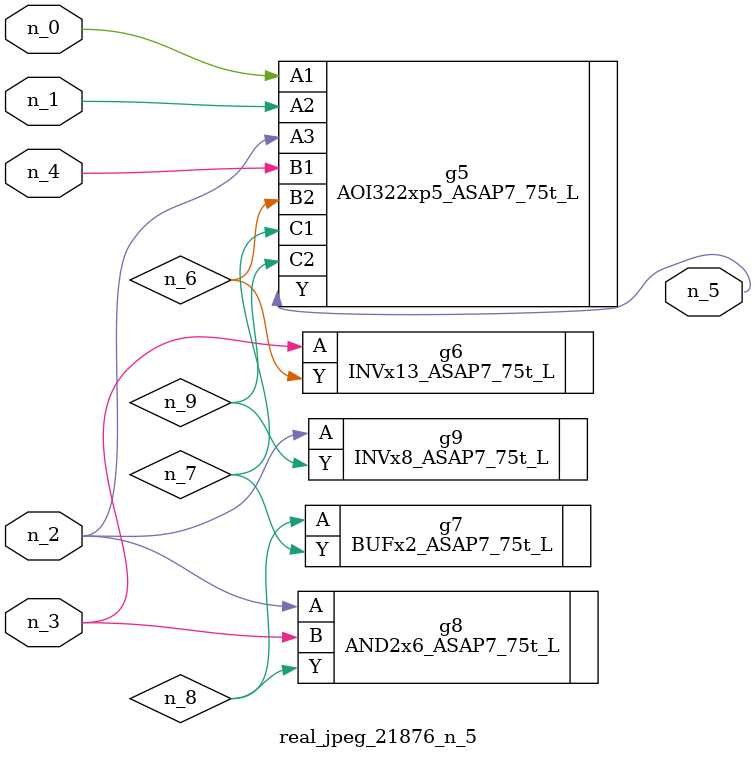
<source format=v>
module real_jpeg_21876_n_5 (n_4, n_0, n_1, n_2, n_3, n_5);

input n_4;
input n_0;
input n_1;
input n_2;
input n_3;

output n_5;

wire n_8;
wire n_6;
wire n_7;
wire n_9;

AOI322xp5_ASAP7_75t_L g5 ( 
.A1(n_0),
.A2(n_1),
.A3(n_2),
.B1(n_4),
.B2(n_6),
.C1(n_7),
.C2(n_9),
.Y(n_5)
);

AND2x6_ASAP7_75t_L g8 ( 
.A(n_2),
.B(n_3),
.Y(n_8)
);

INVx8_ASAP7_75t_L g9 ( 
.A(n_2),
.Y(n_9)
);

INVx13_ASAP7_75t_L g6 ( 
.A(n_3),
.Y(n_6)
);

BUFx2_ASAP7_75t_L g7 ( 
.A(n_8),
.Y(n_7)
);


endmodule
</source>
